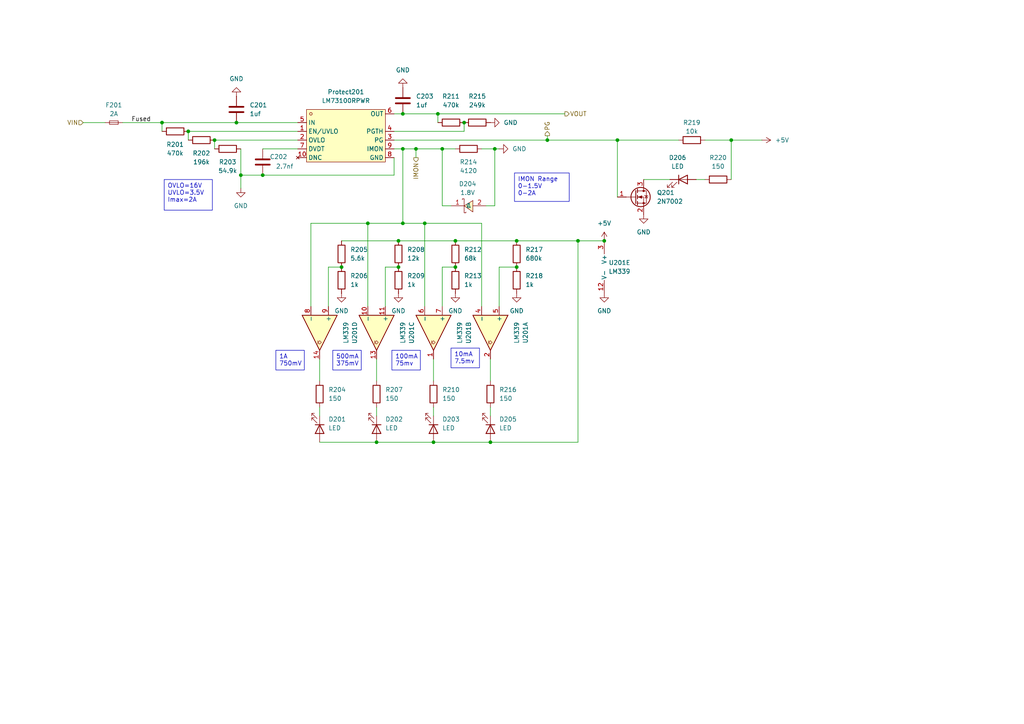
<source format=kicad_sch>
(kicad_sch (version 20231120) (generator "eeschema") (generator_version "8.0")
  (paper "A4")
  (lib_symbols
    (symbol "Comparator:LM339" (pin_names (offset 0.127))
      (property "Reference" "U" (at 0 5.08 0))
      (property "Value" "LM339" (at 0 -5.08 0))
      (symbol "LM339_1_1"
        (polyline (pts (xy -5.08 5.08) (xy 5.08 0) (xy -5.08 -5.08) (xy -5.08 5.08)) (stroke (width 0.254)) (fill (type background)))
        (polyline (pts (xy 3.302 -0.508) (xy 2.794 -0.508) (xy 3.302 0) (xy 2.794 0.508) (xy 2.286 0) (xy 2.794 -0.508) (xy 2.286 -0.508)) (stroke (width 0.127)))
        (pin open_collector line (at 7.62 0 180) (length 2.54) (name "~") (number "2"))
        (pin input line (at -7.62 -2.54 0) (length 2.54) (name "-") (number "4"))
        (pin input line (at -7.62 2.54 0) (length 2.54) (name "+") (number "5"))
      )
      (symbol "LM339_2_1"
        (polyline (pts (xy -5.08 5.08) (xy 5.08 0) (xy -5.08 -5.08) (xy -5.08 5.08)) (stroke (width 0.254)) (fill (type background)))
        (polyline (pts (xy 3.302 -0.508) (xy 2.794 -0.508) (xy 3.302 0) (xy 2.794 0.508) (xy 2.286 0) (xy 2.794 -0.508) (xy 2.286 -0.508)) (stroke (width 0.127)))
        (pin open_collector line (at 7.62 0 180) (length 2.54) (name "~") (number "1"))
        (pin input line (at -7.62 -2.54 0) (length 2.54) (name "-") (number "6"))
        (pin input line (at -7.62 2.54 0) (length 2.54) (name "+") (number "7"))
      )
      (symbol "LM339_3_1"
        (polyline (pts (xy -5.08 5.08) (xy 5.08 0) (xy -5.08 -5.08) (xy -5.08 5.08)) (stroke (width 0.254)) (fill (type background)))
        (polyline (pts (xy 3.302 -0.508) (xy 2.794 -0.508) (xy 3.302 0) (xy 2.794 0.508) (xy 2.286 0) (xy 2.794 -0.508) (xy 2.286 -0.508)) (stroke (width 0.127)))
        (pin input line (at -7.62 -2.54 0) (length 2.54) (name "-") (number "10"))
        (pin input line (at -7.62 2.54 0) (length 2.54) (name "+") (number "11"))
        (pin open_collector line (at 7.62 0 180) (length 2.54) (name "~") (number "13"))
      )
      (symbol "LM339_4_1"
        (polyline (pts (xy -5.08 5.08) (xy 5.08 0) (xy -5.08 -5.08) (xy -5.08 5.08)) (stroke (width 0.254)) (fill (type background)))
        (polyline (pts (xy 3.302 -0.508) (xy 2.794 -0.508) (xy 3.302 0) (xy 2.794 0.508) (xy 2.286 0) (xy 2.794 -0.508) (xy 2.286 -0.508)) (stroke (width 0.127)))
        (pin open_collector line (at 7.62 0 180) (length 2.54) (name "~") (number "14"))
        (pin input line (at -7.62 -2.54 0) (length 2.54) (name "-") (number "8"))
        (pin input line (at -7.62 2.54 0) (length 2.54) (name "+") (number "9"))
      )
      (symbol "LM339_5_1"
        (pin power_in line (at -2.54 -7.62 90) (length 3.81) (name "V-") (number "12"))
        (pin power_in line (at -2.54 7.62 270) (length 3.81) (name "V+") (number "3"))
      )
    )
    (symbol "Device:C" (pin_numbers hide) (pin_names (offset 0.254))
      (property "Reference" "C" (at 0.635 2.54 0))
      (property "Value" "C" (at 0.635 -2.54 0))
      (symbol "C_0_1"
        (polyline (pts (xy -2.032 -0.762) (xy 2.032 -0.762)) (stroke (width 0.508)))
        (polyline (pts (xy -2.032 0.762) (xy 2.032 0.762)) (stroke (width 0.508)))
      )
      (symbol "C_1_1"
        (pin passive line (at 0 3.81 270) (length 2.794) (name "~") (number "1"))
        (pin passive line (at 0 -3.81 90) (length 2.794) (name "~") (number "2"))
      )
    )
    (symbol "Device:Fuse_Small" (pin_numbers hide) (pin_names (offset 0.254) hide)
      (property "Reference" "F" (at 0 -1.524 0))
      (property "Value" "Fuse_Small" (at 0 1.524 0))
      (symbol "Fuse_Small_0_1"
        (rectangle (start -1.27 0.508) (end 1.27 -0.508))
        (polyline (pts (xy -1.27 0) (xy 1.27 0)))
      )
      (symbol "Fuse_Small_1_1"
        (pin passive line (at -2.54 0 0) (length 1.27) (name "~") (number "1"))
        (pin passive line (at 2.54 0 180) (length 1.27) (name "~") (number "2"))
      )
    )
    (symbol "Device:LED" (pin_numbers hide) (pin_names (offset 1.016) hide)
      (property "Reference" "D" (at 0 2.54 0))
      (property "Value" "LED" (at 0 -2.54 0))
      (symbol "LED_0_1"
        (polyline (pts (xy -1.27 -1.27) (xy -1.27 1.27)) (stroke (width 0.254)))
        (polyline (pts (xy -1.27 0) (xy 1.27 0)))
        (polyline (pts (xy 1.27 -1.27) (xy 1.27 1.27) (xy -1.27 0) (xy 1.27 -1.27)) (stroke (width 0.254)))
        (polyline (pts (xy -3.048 -0.762) (xy -4.572 -2.286) (xy -3.81 -2.286) (xy -4.572 -2.286) (xy -4.572 -1.524)))
        (polyline (pts (xy -1.778 -0.762) (xy -3.302 -2.286) (xy -2.54 -2.286) (xy -3.302 -2.286) (xy -3.302 -1.524)))
      )
      (symbol "LED_1_1"
        (pin passive line (at -3.81 0 0) (length 2.54) (name "K") (number "1"))
        (pin passive line (at 3.81 0 180) (length 2.54) (name "A") (number "2"))
      )
    )
    (symbol "Device:R" (pin_numbers hide) (pin_names (offset 0))
      (property "Reference" "R" (at 2.032 0 90))
      (property "Value" "R" (at 0 0 90))
      (symbol "R_0_1"
        (rectangle (start -1.016 -2.54) (end 1.016 2.54) (stroke (width 0.254)))
      )
      (symbol "R_1_1"
        (pin passive line (at 0 3.81 270) (length 1.27) (name "~") (number "1"))
        (pin passive line (at 0 -3.81 90) (length 1.27) (name "~") (number "2"))
      )
    )
    (symbol "Transistor_FET:2N7002" (pin_names hide)
      (property "Reference" "Q" (at 5.08 1.905 0))
      (property "Value" "2N7002" (at 5.08 0 0))
      (symbol "2N7002_0_1"
        (polyline (pts (xy 0.254 0) (xy -2.54 0)))
        (polyline (pts (xy 0.254 1.905) (xy 0.254 -1.905)) (stroke (width 0.254)))
        (polyline (pts (xy 0.762 -1.27) (xy 0.762 -2.286)) (stroke (width 0.254)))
        (polyline (pts (xy 0.762 0.508) (xy 0.762 -0.508)) (stroke (width 0.254)))
        (polyline (pts (xy 0.762 2.286) (xy 0.762 1.27)) (stroke (width 0.254)))
        (polyline (pts (xy 2.54 2.54) (xy 2.54 1.778)))
        (polyline (pts (xy 2.54 -2.54) (xy 2.54 0) (xy 0.762 0)))
        (polyline (pts (xy 0.762 -1.778) (xy 3.302 -1.778) (xy 3.302 1.778) (xy 0.762 1.778)))
        (polyline (pts (xy 1.016 0) (xy 2.032 0.381) (xy 2.032 -0.381) (xy 1.016 0)) (fill (type outline)))
        (polyline (pts (xy 2.794 0.508) (xy 2.921 0.381) (xy 3.683 0.381) (xy 3.81 0.254)))
        (polyline (pts (xy 3.302 0.381) (xy 2.921 -0.254) (xy 3.683 -0.254) (xy 3.302 0.381)))
        (circle (center 1.651 0) (radius 2.794) (stroke (width 0.254)))
        (circle (center 2.54 -1.778) (radius 0.254) (fill (type outline)))
        (circle (center 2.54 1.778) (radius 0.254) (fill (type outline)))
      )
      (symbol "2N7002_1_1"
        (pin input line (at -5.08 0 0) (length 2.54) (name "G") (number "1"))
        (pin passive line (at 2.54 -5.08 90) (length 2.54) (name "S") (number "2"))
        (pin passive line (at 2.54 5.08 270) (length 2.54) (name "D") (number "3"))
      )
    )
    (symbol "easyeda2kicad:DDZ9678-7"
      (property "Reference" "D" (at 0 5.08 0))
      (property "Value" "DDZ9678-7" (at 0 -5.08 0))
      (symbol "DDZ9678-7_0_1"
        (polyline (pts (xy 1.27 1.52) (xy -1.27 0) (xy 1.27 -1.78) (xy 1.27 1.52)) (fill (type background)))
        (polyline (pts (xy -1.78 1.78) (xy -1.78 2.03) (xy -1.27 2.03) (xy -1.27 -2.03) (xy -0.76 -2.03) (xy -0.76 -1.78)))
        (pin unspecified line (at -5.08 0 0) (length 3.81) (name "C") (number "1"))
        (pin unspecified line (at 5.08 0 180) (length 3.81) (name "A") (number "2"))
      )
    )
    (symbol "easyeda2kicad:LM73100RPWR"
      (property "Reference" "U" (at 0 10.16 0))
      (property "Value" "LM73100RPWR" (at 0 -10.16 0))
      (symbol "LM73100RPWR_0_1"
        (rectangle (start -11.43 7.62) (end 11.43 -7.62) (fill (type background)))
        (circle (center -10.16 6.35) (radius 0.38))
        (pin input line (at -13.97 1.27 0) (length 2.54) (name "EN/UVLO") (number "1"))
        (pin no_connect line (at -13.97 -6.35 0) (length 2.54) (name "DNC") (number "10"))
        (pin input line (at -13.97 -1.27 0) (length 2.54) (name "OVLO") (number "2"))
        (pin output line (at 13.97 -1.27 180) (length 2.54) (name "PG") (number "3"))
        (pin input line (at 13.97 1.27 180) (length 2.54) (name "PGTH") (number "4"))
        (pin power_in line (at -13.97 3.81 0) (length 2.54) (name "IN") (number "5"))
        (pin power_out line (at 13.97 6.35 180) (length 2.54) (name "OUT") (number "6"))
        (pin passive line (at -13.97 -3.81 0) (length 2.54) (name "DVDT") (number "7"))
        (pin power_in line (at 13.97 -6.35 180) (length 2.54) (name "GND") (number "8"))
        (pin output line (at 13.97 -3.81 180) (length 2.54) (name "IMON") (number "9"))
      )
    )
    (symbol "power:+5V" (power) (pin_numbers hide) (pin_names (offset 0) hide)
      (property "Value" "+5V" (at 0 3.556 0))
      (symbol "+5V_0_1"
        (polyline (pts (xy -0.762 1.27) (xy 0 2.54)))
        (polyline (pts (xy 0 0) (xy 0 2.54)))
        (polyline (pts (xy 0 2.54) (xy 0.762 1.27)))
      )
      (symbol "+5V_1_1"
        (pin power_in line (at 0 0 90) (length 0) (name "~") (number "1"))
      )
    )
    (symbol "power:GND" (power) (pin_numbers hide) (pin_names (offset 0) hide)
      (property "Value" "GND" (at 0 -3.81 0))
      (symbol "GND_0_1"
        (polyline (pts (xy 0 0) (xy 0 -1.27) (xy 1.27 -1.27) (xy 0 -2.54) (xy -1.27 -1.27) (xy 0 -1.27)))
      )
      (symbol "GND_1_1"
        (pin power_in line (at 0 0 270) (length 0) (name "~") (number "1"))
      )
    )
  )
  (junction (at 132.08 69.85))
  (junction (at 109.22 128.27))
  (junction (at 116.84 43.18))
  (junction (at 54.61 38.1))
  (junction (at 175.26 69.85))
  (junction (at 76.2 50.8))
  (junction (at 125.73 128.27))
  (junction (at 120.65 43.18))
  (junction (at 128.27 43.18))
  (junction (at 134.62 35.56))
  (junction (at 158.75 40.64))
  (junction (at 212.09 40.64))
  (junction (at 149.86 69.85))
  (junction (at 167.64 69.85))
  (junction (at 99.06 77.47))
  (junction (at 143.51 43.18))
  (junction (at 106.68 64.77))
  (junction (at 69.85 50.8))
  (junction (at 116.84 64.77))
  (junction (at 46.99 35.56))
  (junction (at 142.24 128.27))
  (junction (at 149.86 77.47))
  (junction (at 68.58 35.56))
  (junction (at 132.08 77.47))
  (junction (at 62.23 40.64))
  (junction (at 123.19 64.77))
  (junction (at 127 33.02))
  (junction (at 179.07 40.64))
  (junction (at 116.84 33.02))
  (junction (at 115.57 77.47))
  (junction (at 115.57 69.85))
  (wire (pts (xy 114.3 45.72) (xy 114.3 50.8)))
  (wire (pts (xy 143.51 43.18) (xy 144.78 43.18)))
  (wire (pts (xy 142.24 128.27) (xy 167.64 128.27)))
  (wire (pts (xy 114.3 40.64) (xy 158.75 40.64)))
  (wire (pts (xy 106.68 64.77) (xy 116.84 64.77)))
  (wire (pts (xy 35.56 35.56) (xy 46.99 35.56)))
  (wire (pts (xy 109.22 118.11) (xy 109.22 120.65)))
  (wire (pts (xy 212.09 40.64) (xy 212.09 52.07)))
  (wire (pts (xy 158.75 39.37) (xy 158.75 40.64)))
  (wire (pts (xy 114.3 33.02) (xy 116.84 33.02)))
  (wire (pts (xy 128.27 59.69) (xy 130.81 59.69)))
  (wire (pts (xy 134.62 38.1) (xy 134.62 35.56)))
  (wire (pts (xy 128.27 88.9) (xy 128.27 77.47)))
  (wire (pts (xy 125.73 104.14) (xy 125.73 110.49)))
  (wire (pts (xy 62.23 40.64) (xy 62.23 43.18)))
  (wire (pts (xy 68.58 35.56) (xy 86.36 35.56)))
  (wire (pts (xy 115.57 69.85) (xy 132.08 69.85)))
  (wire (pts (xy 90.17 64.77) (xy 106.68 64.77)))
  (wire (pts (xy 95.25 88.9) (xy 95.25 77.47)))
  (wire (pts (xy 179.07 40.64) (xy 179.07 57.15)))
  (wire (pts (xy 92.71 118.11) (xy 92.71 120.65)))
  (wire (pts (xy 54.61 38.1) (xy 54.61 40.64)))
  (wire (pts (xy 76.2 50.8) (xy 114.3 50.8)))
  (wire (pts (xy 167.64 69.85) (xy 175.26 69.85)))
  (wire (pts (xy 212.09 40.64) (xy 204.47 40.64)))
  (wire (pts (xy 69.85 50.8) (xy 76.2 50.8)))
  (wire (pts (xy 69.85 50.8) (xy 69.85 54.61)))
  (wire (pts (xy 220.98 40.64) (xy 212.09 40.64)))
  (wire (pts (xy 128.27 43.18) (xy 132.08 43.18)))
  (wire (pts (xy 111.76 88.9) (xy 111.76 77.47)))
  (wire (pts (xy 109.22 104.14) (xy 109.22 110.49)))
  (wire (pts (xy 127 33.02) (xy 127 35.56)))
  (wire (pts (xy 143.51 43.18) (xy 143.51 59.69)))
  (wire (pts (xy 158.75 40.64) (xy 179.07 40.64)))
  (wire (pts (xy 167.64 69.85) (xy 167.64 128.27)))
  (wire (pts (xy 123.19 64.77) (xy 139.7 64.77)))
  (wire (pts (xy 120.65 43.18) (xy 128.27 43.18)))
  (wire (pts (xy 139.7 88.9) (xy 139.7 64.77)))
  (wire (pts (xy 128.27 77.47) (xy 132.08 77.47)))
  (wire (pts (xy 62.23 40.64) (xy 86.36 40.64)))
  (wire (pts (xy 92.71 128.27) (xy 109.22 128.27)))
  (wire (pts (xy 125.73 128.27) (xy 142.24 128.27)))
  (wire (pts (xy 132.08 69.85) (xy 149.86 69.85)))
  (wire (pts (xy 90.17 88.9) (xy 90.17 64.77)))
  (wire (pts (xy 123.19 64.77) (xy 123.19 88.9)))
  (wire (pts (xy 116.84 43.18) (xy 120.65 43.18)))
  (wire (pts (xy 76.2 43.18) (xy 86.36 43.18)))
  (wire (pts (xy 140.97 59.69) (xy 143.51 59.69)))
  (wire (pts (xy 186.69 52.07) (xy 194.31 52.07)))
  (wire (pts (xy 142.24 118.11) (xy 142.24 120.65)))
  (wire (pts (xy 46.99 35.56) (xy 46.99 38.1)))
  (wire (pts (xy 116.84 43.18) (xy 116.84 64.77)))
  (wire (pts (xy 46.99 35.56) (xy 68.58 35.56)))
  (wire (pts (xy 95.25 77.47) (xy 99.06 77.47)))
  (wire (pts (xy 114.3 38.1) (xy 134.62 38.1)))
  (wire (pts (xy 127 33.02) (xy 163.83 33.02)))
  (wire (pts (xy 123.19 64.77) (xy 116.84 64.77)))
  (wire (pts (xy 201.93 52.07) (xy 204.47 52.07)))
  (wire (pts (xy 99.06 69.85) (xy 115.57 69.85)))
  (wire (pts (xy 128.27 43.18) (xy 128.27 59.69)))
  (wire (pts (xy 54.61 38.1) (xy 86.36 38.1)))
  (wire (pts (xy 114.3 43.18) (xy 116.84 43.18)))
  (wire (pts (xy 116.84 33.02) (xy 127 33.02)))
  (wire (pts (xy 125.73 118.11) (xy 125.73 120.65)))
  (wire (pts (xy 179.07 40.64) (xy 196.85 40.64)))
  (wire (pts (xy 142.24 104.14) (xy 142.24 110.49)))
  (wire (pts (xy 144.78 88.9) (xy 144.78 77.47)))
  (wire (pts (xy 139.7 43.18) (xy 143.51 43.18)))
  (wire (pts (xy 149.86 69.85) (xy 167.64 69.85)))
  (wire (pts (xy 109.22 128.27) (xy 125.73 128.27)))
  (wire (pts (xy 144.78 77.47) (xy 149.86 77.47)))
  (wire (pts (xy 69.85 43.18) (xy 69.85 50.8)))
  (wire (pts (xy 120.65 45.72) (xy 120.65 43.18)))
  (wire (pts (xy 111.76 77.47) (xy 115.57 77.47)))
  (wire (pts (xy 24.13 35.56) (xy 30.48 35.56)))
  (wire (pts (xy 92.71 104.14) (xy 92.71 110.49)))
  (wire (pts (xy 106.68 64.77) (xy 106.68 88.9)))
  (text_box "100mA\n75mv\n" (at 113.665 101.6 0) (size 8.255 5.715) (effects (font (size 1.27 1.27)) (justify left top)))
  (text_box "IMON Range\n0-1.5V\n0-2A" (at 149.225 50.165 0) (size 15.875 8.255) (effects (font (size 1.27 1.27)) (justify left top)))
  (text_box "500mA\n375mV\n\n" (at 96.52 101.6 0) (size 8.255 5.715) (effects (font (size 1.27 1.27)) (justify left top)))
  (text_box "1A\n750mV\n" (at 80.01 101.6 0) (size 8.255 5.715) (effects (font (size 1.27 1.27)) (justify left top)))
  (text_box "10mA\n7.5mv\n" (at 130.81 100.965 0) (size 8.255 5.715) (effects (font (size 1.27 1.27)) (justify left top)))
  (text_box "OVLO=16V\nUVLO=3.5V\nImax=2A" (at 47.625 52.07 0) (size 13.97 8.89) (effects (font (size 1.27 1.27)) (justify left top)))
  (label "Fused" (at 38.1 35.56 0))
  (hierarchical_label "VIN" (shape input) (at 24.13 35.56 180))
  (hierarchical_label "PG" (shape output) (at 158.75 39.37 90))
  (hierarchical_label "IMON" (shape output) (at 120.65 45.72 270))
  (hierarchical_label "VOUT" (shape output) (at 163.83 33.02 0))
  (symbol (lib_id "Device:LED") (at 92.71 124.46 270) (unit 1)
    (property "Reference" "D201" (at 95.25 121.6024 90) (effects (justify left)))
    (property "Value" "LED" (at 95.25 124.1424 90) (effects (justify left)))
    (property "Footprint" "LED_SMD:LED_0603_1608Metric" (effects (hide yes)))
    (property "Description" "Light emitting diode" (effects (hide yes)))
    (property "LCSC Part" "C2286" (effects (hide yes)))
  )
  (symbol (lib_id "power:GND") (at 99.06 85.09 0) (unit 1)
    (property "Reference" "#PWR0203" (effects (hide yes)))
    (property "Value" "GND" (at 99.06 90.17 0))
    (property "Description" "Power symbol creates a global label with name \"GND\" , ground" (effects (hide yes)))
  )
  (symbol (lib_id "power:GND") (at 149.86 85.09 0) (unit 1)
    (property "Reference" "#PWR0209" (effects (hide yes)))
    (property "Value" "GND" (at 149.86 90.17 0))
    (property "Description" "Power symbol creates a global label with name \"GND\" , ground" (effects (hide yes)))
  )
  (symbol (lib_id "Device:R") (at 200.66 40.64 270) (unit 1)
    (property "Reference" "R219" (at 200.66 35.56 90))
    (property "Value" "10k" (at 200.66 38.1 90))
    (property "Footprint" "Resistor_SMD:R_0603_1608Metric" (effects (hide yes)))
    (property "Description" "Resistor" (effects (hide yes)))
  )
  (symbol (lib_id "Device:R") (at 138.43 35.56 270) (unit 1)
    (property "Reference" "R215" (at 138.43 27.94 90))
    (property "Value" "249k" (at 138.43 30.48 90))
    (property "Footprint" "Resistor_SMD:R_0603_1608Metric" (effects (hide yes)))
    (property "Description" "Resistor" (effects (hide yes)))
  )
  (symbol (lib_id "easyeda2kicad:LM73100RPWR") (at 100.33 39.37 0) (unit 1)
    (property "Reference" "Protect201" (at 100.33 26.67 0))
    (property "Value" "LM73100RPWR" (at 100.33 29.21 0))
    (property "Footprint" "easyeda2kicad:VQFN-10_L2.0-W2.0-P0.45-TL" (effects (hide yes)))
    (property "LCSC Part" "C3210761" (effects (hide yes)))
  )
  (symbol (lib_id "Device:R") (at 99.06 81.28 0) (unit 1)
    (property "Reference" "R206" (at 101.6 80.0099 0) (effects (justify left)))
    (property "Value" "1k" (at 101.6 82.5499 0) (effects (justify left)))
    (property "Footprint" "Resistor_SMD:R_0603_1608Metric" (effects (hide yes)))
    (property "Description" "Resistor" (effects (hide yes)))
  )
  (symbol (lib_id "Device:R") (at 142.24 114.3 0) (unit 1)
    (property "Reference" "R216" (at 144.78 113.0299 0) (effects (justify left)))
    (property "Value" "150" (at 144.78 115.5699 0) (effects (justify left)))
    (property "Footprint" "Resistor_SMD:R_0603_1608Metric" (effects (hide yes)))
    (property "Description" "Resistor" (effects (hide yes)))
  )
  (symbol (lib_id "Device:R") (at 149.86 73.66 0) (unit 1)
    (property "Reference" "R217" (at 152.4 72.3899 0) (effects (justify left)))
    (property "Value" "680k" (at 152.4 74.9299 0) (effects (justify left)))
    (property "Footprint" "Resistor_SMD:R_0603_1608Metric" (effects (hide yes)))
    (property "Description" "Resistor" (effects (hide yes)))
  )
  (symbol (lib_id "Device:LED") (at 198.12 52.07 0) (unit 1)
    (property "Reference" "D206" (at 196.5325 45.72 0))
    (property "Value" "LED" (at 196.5325 48.26 0))
    (property "Footprint" "LED_SMD:LED_0603_1608Metric" (effects (hide yes)))
    (property "Description" "Light emitting diode" (effects (hide yes)))
    (property "LCSC Part" "C2286" (effects (hide yes)))
  )
  (symbol (lib_id "Device:C") (at 116.84 29.21 0) (unit 1)
    (property "Reference" "C203" (at 120.65 27.9399 0) (effects (justify left)))
    (property "Value" "1uf" (at 120.65 30.4799 0) (effects (justify left)))
    (property "Footprint" "Capacitor_SMD:C_0603_1608Metric" (effects (hide yes)))
    (property "Description" "Unpolarized capacitor" (effects (hide yes)))
  )
  (symbol (lib_id "power:GND") (at 186.69 62.23 0) (unit 1)
    (property "Reference" "#PWR0212" (effects (hide yes)))
    (property "Value" "GND" (at 186.69 67.31 0))
    (property "Description" "Power symbol creates a global label with name \"GND\" , ground" (effects (hide yes)))
  )
  (symbol (lib_id "Device:R") (at 115.57 81.28 0) (unit 1)
    (property "Reference" "R209" (at 118.11 80.0099 0) (effects (justify left)))
    (property "Value" "1k" (at 118.11 82.5499 0) (effects (justify left)))
    (property "Footprint" "Resistor_SMD:R_0603_1608Metric" (effects (hide yes)))
    (property "Description" "Resistor" (effects (hide yes)))
  )
  (symbol (lib_id "Device:R") (at 208.28 52.07 90) (unit 1)
    (property "Reference" "R220" (at 208.28 45.72 90))
    (property "Value" "150" (at 208.28 48.26 90))
    (property "Footprint" "Resistor_SMD:R_0603_1608Metric" (effects (hide yes)))
    (property "Description" "Resistor" (effects (hide yes)))
  )
  (symbol (lib_id "Transistor_FET:2N7002") (at 184.15 57.15 0) (unit 1)
    (property "Reference" "Q201" (at 190.5 55.8799 0) (effects (justify left)))
    (property "Value" "2N7002" (at 190.5 58.4199 0) (effects (justify left)))
    (property "Footprint" "Package_TO_SOT_SMD:SOT-23" (effects (hide yes)))
    (property "Datasheet" "https://www.onsemi.com/pub/Collateral/NDS7002A-D.PDF" (effects (hide yes)))
    (property "Description" "0.115A Id, 60V Vds, N-Channel MOSFET, SOT-23" (effects (hide yes)))
  )
  (symbol (lib_id "Device:R") (at 92.71 114.3 0) (unit 1)
    (property "Reference" "R204" (at 95.25 113.0299 0) (effects (justify left)))
    (property "Value" "150" (at 95.25 115.5699 0) (effects (justify left)))
    (property "Footprint" "Resistor_SMD:R_0603_1608Metric" (effects (hide yes)))
    (property "Description" "Resistor" (effects (hide yes)))
  )
  (symbol (lib_id "power:GND") (at 175.26 85.09 0) (unit 1)
    (property "Reference" "#PWR0211" (effects (hide yes)))
    (property "Value" "GND" (at 175.26 90.17 0))
    (property "Description" "Power symbol creates a global label with name \"GND\" , ground" (effects (hide yes)))
  )
  (symbol (lib_id "Device:R") (at 125.73 114.3 0) (unit 1)
    (property "Reference" "R210" (at 128.27 113.0299 0) (effects (justify left)))
    (property "Value" "150" (at 128.27 115.5699 0) (effects (justify left)))
    (property "Footprint" "Resistor_SMD:R_0603_1608Metric" (effects (hide yes)))
    (property "Description" "Resistor" (effects (hide yes)))
  )
  (symbol (lib_id "Device:C") (at 68.58 31.75 0) (unit 1)
    (property "Reference" "C201" (at 72.39 30.4799 0) (effects (justify left)))
    (property "Value" "1uf" (at 72.39 33.0199 0) (effects (justify left)))
    (property "Footprint" "Capacitor_SMD:C_0603_1608Metric" (effects (hide yes)))
    (property "Description" "Unpolarized capacitor" (effects (hide yes)))
  )
  (symbol (lib_id "Comparator:LM339") (at 142.24 96.52 270) (unit 1)
    (property "Reference" "U201" (at 152.4 96.52 0))
    (property "Value" "LM339" (at 149.86 96.52 0))
    (property "Footprint" "Package_SO:SOIC-14_3.9x8.7mm_P1.27mm" (effects (hide yes)))
    (property "Datasheet" "https://www.st.com/resource/en/datasheet/lm139.pdf" (effects (hide yes)))
    (property "Description" "Quad Differential Comparators, SOIC-14/TSSOP-14" (effects (hide yes)))
    (property "LCSC Part" "C350549" (effects (hide yes)))
  )
  (symbol (lib_id "Device:R") (at 109.22 114.3 0) (unit 1)
    (property "Reference" "R207" (at 111.76 113.0299 0) (effects (justify left)))
    (property "Value" "150" (at 111.76 115.5699 0) (effects (justify left)))
    (property "Footprint" "Resistor_SMD:R_0603_1608Metric" (effects (hide yes)))
    (property "Description" "Resistor" (effects (hide yes)))
  )
  (symbol (lib_id "Device:LED") (at 125.73 124.46 270) (unit 1)
    (property "Reference" "D203" (at 128.27 121.6024 90) (effects (justify left)))
    (property "Value" "LED" (at 128.27 124.1424 90) (effects (justify left)))
    (property "Footprint" "LED_SMD:LED_0603_1608Metric" (effects (hide yes)))
    (property "Description" "Light emitting diode" (effects (hide yes)))
    (property "LCSC Part" "C2286" (effects (hide yes)))
  )
  (symbol (lib_id "power:GND") (at 115.57 85.09 0) (unit 1)
    (property "Reference" "#PWR0204" (effects (hide yes)))
    (property "Value" "GND" (at 115.57 90.17 0))
    (property "Description" "Power symbol creates a global label with name \"GND\" , ground" (effects (hide yes)))
  )
  (symbol (lib_id "power:GND") (at 69.85 54.61 0) (unit 1)
    (property "Reference" "#PWR0202" (effects (hide yes)))
    (property "Value" "GND" (at 69.85 59.69 0))
    (property "Description" "Power symbol creates a global label with name \"GND\" , ground" (effects (hide yes)))
  )
  (symbol (lib_id "Device:R") (at 50.8 38.1 270) (unit 1)
    (property "Reference" "R201" (at 50.8 41.91 90))
    (property "Value" "470k" (at 50.8 44.45 90))
    (property "Footprint" "Resistor_SMD:R_0603_1608Metric" (effects (hide yes)))
    (property "Description" "Resistor" (effects (hide yes)))
  )
  (symbol (lib_id "Device:R") (at 132.08 73.66 0) (unit 1)
    (property "Reference" "R212" (at 134.62 72.3899 0) (effects (justify left)))
    (property "Value" "68k" (at 134.62 74.9299 0) (effects (justify left)))
    (property "Footprint" "Resistor_SMD:R_0603_1608Metric" (effects (hide yes)))
    (property "Description" "Resistor" (effects (hide yes)))
  )
  (symbol (lib_id "Comparator:LM339") (at 125.73 96.52 270) (unit 2)
    (property "Reference" "U201" (at 135.89 96.52 0))
    (property "Value" "LM339" (at 133.35 96.52 0))
    (property "Footprint" "Package_SO:SOIC-14_3.9x8.7mm_P1.27mm" (effects (hide yes)))
    (property "Datasheet" "https://www.st.com/resource/en/datasheet/lm139.pdf" (effects (hide yes)))
    (property "Description" "Quad Differential Comparators, SOIC-14/TSSOP-14" (effects (hide yes)))
    (property "LCSC Part" "C350549" (effects (hide yes)))
  )
  (symbol (lib_id "power:GND") (at 68.58 27.94 180) (unit 1)
    (property "Reference" "#PWR0201" (effects (hide yes)))
    (property "Value" "GND" (at 68.58 22.86 0))
    (property "Description" "Power symbol creates a global label with name \"GND\" , ground" (effects (hide yes)))
  )
  (symbol (lib_id "Device:LED") (at 142.24 124.46 270) (unit 1)
    (property "Reference" "D205" (at 144.78 121.6024 90) (effects (justify left)))
    (property "Value" "LED" (at 144.78 124.1424 90) (effects (justify left)))
    (property "Footprint" "LED_SMD:LED_0603_1608Metric" (effects (hide yes)))
    (property "Description" "Light emitting diode" (effects (hide yes)))
    (property "LCSC Part" "C2286" (effects (hide yes)))
  )
  (symbol (lib_id "Device:R") (at 132.08 81.28 0) (unit 1)
    (property "Reference" "R213" (at 134.62 80.0099 0) (effects (justify left)))
    (property "Value" "1k" (at 134.62 82.5499 0) (effects (justify left)))
    (property "Footprint" "Resistor_SMD:R_0603_1608Metric" (effects (hide yes)))
    (property "Description" "Resistor" (effects (hide yes)))
  )
  (symbol (lib_id "power:GND") (at 142.24 35.56 90) (unit 1)
    (property "Reference" "#PWR0207" (effects (hide yes)))
    (property "Value" "GND" (at 146.05 35.5599 90) (effects (justify right)))
    (property "Description" "Power symbol creates a global label with name \"GND\" , ground" (effects (hide yes)))
  )
  (symbol (lib_id "Device:C") (at 76.2 46.99 0) (unit 1)
    (property "Reference" "C202" (at 78.232 45.466 0) (effects (justify left)))
    (property "Value" "2.7nf" (at 80.01 48.2599 0) (effects (justify left)))
    (property "Footprint" "Capacitor_SMD:C_0603_1608Metric" (effects (hide yes)))
    (property "Description" "Unpolarized capacitor" (effects (hide yes)))
  )
  (symbol (lib_id "Device:R") (at 58.42 40.64 270) (unit 1)
    (property "Reference" "R202" (at 58.42 44.45 90))
    (property "Value" "196k" (at 58.42 46.99 90))
    (property "Footprint" "Resistor_SMD:R_0603_1608Metric" (effects (hide yes)))
    (property "Description" "Resistor" (effects (hide yes)))
  )
  (symbol (lib_id "Device:R") (at 135.89 43.18 270) (unit 1)
    (property "Reference" "R214" (at 135.89 46.99 90))
    (property "Value" "4120" (at 135.89 49.53 90))
    (property "Footprint" "Resistor_SMD:R_0603_1608Metric" (effects (hide yes)))
    (property "Description" "Resistor" (effects (hide yes)))
  )
  (symbol (lib_id "power:+5V") (at 220.98 40.64 270) (unit 1)
    (property "Reference" "#PWR0213" (effects (hide yes)))
    (property "Value" "+5V" (at 224.79 40.6399 90) (effects (justify left)))
    (property "Description" "Power symbol creates a global label with name \"+5V\"" (effects (hide yes)))
  )
  (symbol (lib_id "easyeda2kicad:DDZ9678-7") (at 135.89 59.69 0) (unit 1)
    (property "Reference" "D204" (at 135.635 53.34 0))
    (property "Value" "1.8V" (at 135.635 55.88 0))
    (property "Footprint" "easyeda2kicad:SOD-123_L2.7-W1.6-LS3.7-RD" (effects (hide yes)))
    (property "Datasheet" "https://lcsc.com/product-detail/Zener-Diodes_DIODES_DDZ9678-7_DDZ9678-7_C150464.html" (effects (hide yes)))
    (property "Description" "Single 1.71V~1.89V 500mW 1.8V SOD-123 Zener Diodes ROHS " (effects (hide yes)))
    (property "LCSC Part" "C150464" (effects (hide yes)))
  )
  (symbol (lib_id "Device:R") (at 149.86 81.28 0) (unit 1)
    (property "Reference" "R218" (at 152.4 80.0099 0) (effects (justify left)))
    (property "Value" "1k" (at 152.4 82.5499 0) (effects (justify left)))
    (property "Footprint" "Resistor_SMD:R_0603_1608Metric" (effects (hide yes)))
    (property "Description" "Resistor" (effects (hide yes)))
  )
  (symbol (lib_id "Device:R") (at 130.81 35.56 270) (unit 1)
    (property "Reference" "R211" (at 130.81 27.94 90))
    (property "Value" "470k" (at 130.81 30.48 90))
    (property "Footprint" "Resistor_SMD:R_0603_1608Metric" (effects (hide yes)))
    (property "Description" "Resistor" (effects (hide yes)))
  )
  (symbol (lib_id "Device:LED") (at 109.22 124.46 270) (unit 1)
    (property "Reference" "D202" (at 111.76 121.6024 90) (effects (justify left)))
    (property "Value" "LED" (at 111.76 124.1424 90) (effects (justify left)))
    (property "Footprint" "LED_SMD:LED_0603_1608Metric" (effects (hide yes)))
    (property "Description" "Light emitting diode" (effects (hide yes)))
    (property "LCSC Part" "C2286" (effects (hide yes)))
  )
  (symbol (lib_id "Comparator:LM339") (at 177.8 77.47 0) (unit 5)
    (property "Reference" "U201" (at 176.53 76.1999 0) (effects (justify left)))
    (property "Value" "LM339" (at 176.53 78.7399 0) (effects (justify left)))
    (property "Footprint" "Package_SO:SOIC-14_3.9x8.7mm_P1.27mm" (effects (hide yes)))
    (property "Datasheet" "https://www.st.com/resource/en/datasheet/lm139.pdf" (effects (hide yes)))
    (property "Description" "Quad Differential Comparators, SOIC-14/TSSOP-14" (effects (hide yes)))
    (property "LCSC Part" "C350549" (effects (hide yes)))
  )
  (symbol (lib_id "Device:R") (at 115.57 73.66 0) (unit 1)
    (property "Reference" "R208" (at 118.11 72.3899 0) (effects (justify left)))
    (property "Value" "12k" (at 118.11 74.9299 0) (effects (justify left)))
    (property "Footprint" "Resistor_SMD:R_0603_1608Metric" (effects (hide yes)))
    (property "Description" "Resistor" (effects (hide yes)))
  )
  (symbol (lib_id "Comparator:LM339") (at 92.71 96.52 270) (unit 4)
    (property "Reference" "U201" (at 102.87 96.52 0))
    (property "Value" "LM339" (at 100.33 96.52 0))
    (property "Footprint" "Package_SO:SOIC-14_3.9x8.7mm_P1.27mm" (effects (hide yes)))
    (property "Datasheet" "https://www.st.com/resource/en/datasheet/lm139.pdf" (effects (hide yes)))
    (property "Description" "Quad Differential Comparators, SOIC-14/TSSOP-14" (effects (hide yes)))
    (property "LCSC Part" "C350549" (effects (hide yes)))
  )
  (symbol (lib_id "Comparator:LM339") (at 109.22 96.52 270) (unit 3)
    (property "Reference" "U201" (at 119.38 96.52 0))
    (property "Value" "LM339" (at 116.84 96.52 0))
    (property "Footprint" "Package_SO:SOIC-14_3.9x8.7mm_P1.27mm" (effects (hide yes)))
    (property "Datasheet" "https://www.st.com/resource/en/datasheet/lm139.pdf" (effects (hide yes)))
    (property "Description" "Quad Differential Comparators, SOIC-14/TSSOP-14" (effects (hide yes)))
    (property "LCSC Part" "C350549" (effects (hide yes)))
  )
  (symbol (lib_id "power:GND") (at 144.78 43.18 90) (unit 1)
    (property "Reference" "#PWR0208" (effects (hide yes)))
    (property "Value" "GND" (at 148.59 43.1799 90) (effects (justify right)))
    (property "Description" "Power symbol creates a global label with name \"GND\" , ground" (effects (hide yes)))
  )
  (symbol (lib_id "Device:R") (at 66.04 43.18 270) (unit 1)
    (property "Reference" "R203" (at 66.04 46.99 90))
    (property "Value" "54.9k" (at 66.04 49.53 90))
    (property "Footprint" "Resistor_SMD:R_0603_1608Metric" (effects (hide yes)))
    (property "Description" "Resistor" (effects (hide yes)))
  )
  (symbol (lib_id "power:GND") (at 116.84 25.4 180) (unit 1)
    (property "Reference" "#PWR0205" (effects (hide yes)))
    (property "Value" "GND" (at 116.84 20.32 0))
    (property "Description" "Power symbol creates a global label with name \"GND\" , ground" (effects (hide yes)))
  )
  (symbol (lib_id "power:+5V") (at 175.26 69.85 0) (unit 1)
    (property "Reference" "#PWR0210" (effects (hide yes)))
    (property "Value" "+5V" (at 175.26 64.77 0))
    (property "Description" "Power symbol creates a global label with name \"+5V\"" (effects (hide yes)))
  )
  (symbol (lib_id "Device:R") (at 99.06 73.66 0) (unit 1)
    (property "Reference" "R205" (at 101.6 72.3899 0) (effects (justify left)))
    (property "Value" "5.6k" (at 101.6 74.9299 0) (effects (justify left)))
    (property "Footprint" "Resistor_SMD:R_0603_1608Metric" (effects (hide yes)))
    (property "Description" "Resistor" (effects (hide yes)))
  )
  (symbol (lib_id "power:GND") (at 132.08 85.09 0) (unit 1)
    (property "Reference" "#PWR0206" (effects (hide yes)))
    (property "Value" "GND" (at 132.08 90.17 0))
    (property "Description" "Power symbol creates a global label with name \"GND\" , ground" (effects (hide yes)))
  )
  (symbol (lib_id "Device:Fuse_Small") (at 33.02 35.56 0) (unit 1)
    (property "Reference" "F201" (at 33.02 30.48 0))
    (property "Value" "2A" (at 33.02 33.02 0))
    (property "Footprint" "Fuse:Fuse_1206_3216Metric" (effects (hide yes)))
    (property "Description" "Fuse, small symbol" (effects (hide yes)))
    (property "LCSC Part" "C2924939" (effects (hide yes)))
  )
)
</source>
